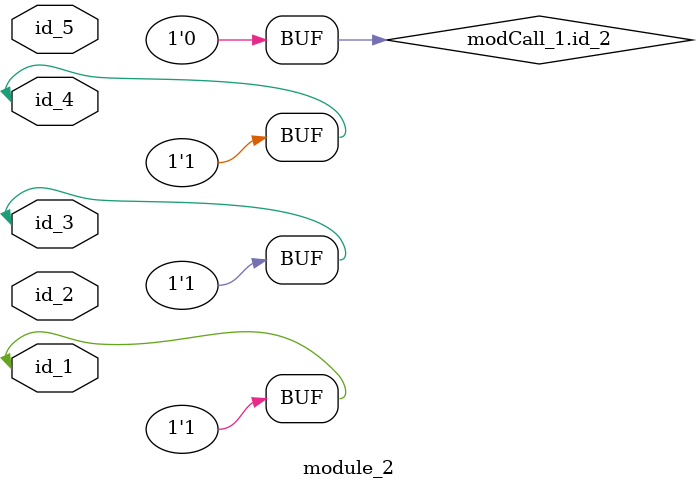
<source format=v>
module module_0 (
    id_1,
    id_2
);
  output wire id_2;
  input wire id_1;
  assign id_2 = 1;
endmodule
module module_1;
  wire id_1;
  module_0 modCall_1 (
      id_1,
      id_1
  );
endmodule
module module_2 (
    id_1,
    id_2,
    id_3,
    id_4,
    id_5
);
  inout wire id_5;
  inout wire id_4;
  inout wire id_3;
  input wire id_2;
  inout wire id_1;
  assign id_4 = ~1'b0 - -1'b0;
  assign id_1 = id_3;
  module_0 modCall_1 (
      id_4,
      id_4
  );
  assign modCall_1.id_2 = 0;
  always id_3 <= 1;
  wire id_6;
endmodule

</source>
